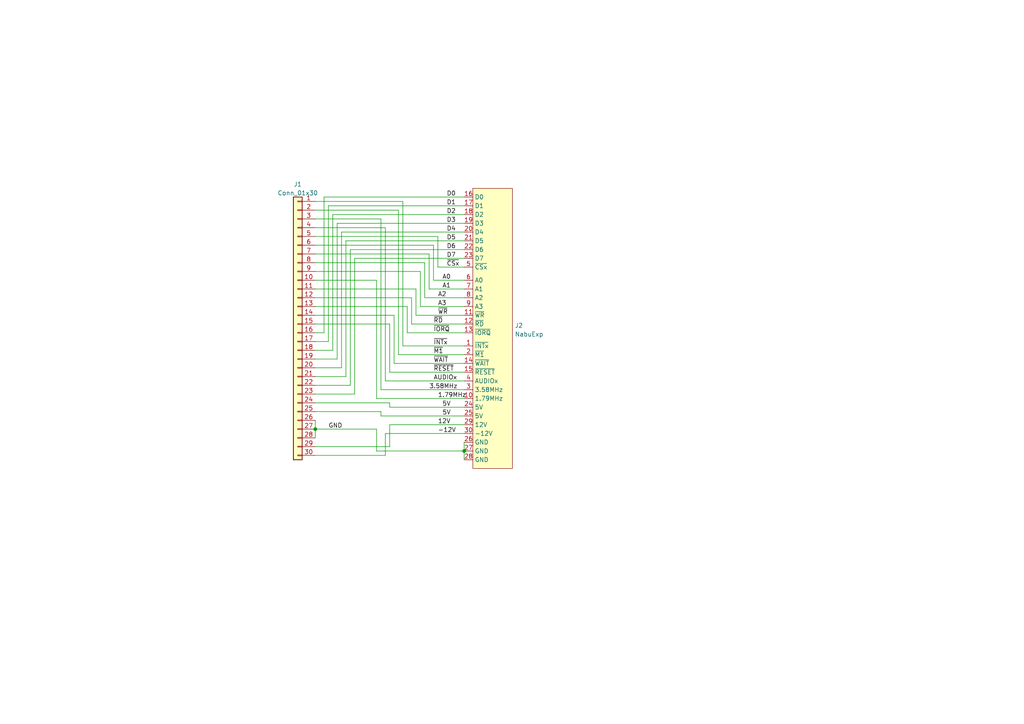
<source format=kicad_sch>
(kicad_sch (version 20211123) (generator eeschema)

  (uuid e5acc7c1-cd40-4e20-974e-8ab19eb5fab3)

  (paper "A4")

  (lib_symbols
    (symbol "Connector_Generic:Conn_01x30" (pin_names (offset 1.016) hide) (in_bom yes) (on_board yes)
      (property "Reference" "J" (id 0) (at 0 38.1 0)
        (effects (font (size 1.27 1.27)))
      )
      (property "Value" "Conn_01x30" (id 1) (at 0 -40.64 0)
        (effects (font (size 1.27 1.27)))
      )
      (property "Footprint" "" (id 2) (at 0 0 0)
        (effects (font (size 1.27 1.27)) hide)
      )
      (property "Datasheet" "~" (id 3) (at 0 0 0)
        (effects (font (size 1.27 1.27)) hide)
      )
      (property "ki_keywords" "connector" (id 4) (at 0 0 0)
        (effects (font (size 1.27 1.27)) hide)
      )
      (property "ki_description" "Generic connector, single row, 01x30, script generated (kicad-library-utils/schlib/autogen/connector/)" (id 5) (at 0 0 0)
        (effects (font (size 1.27 1.27)) hide)
      )
      (property "ki_fp_filters" "Connector*:*_1x??_*" (id 6) (at 0 0 0)
        (effects (font (size 1.27 1.27)) hide)
      )
      (symbol "Conn_01x30_1_1"
        (rectangle (start -1.27 -37.973) (end 0 -38.227)
          (stroke (width 0.1524) (type default) (color 0 0 0 0))
          (fill (type none))
        )
        (rectangle (start -1.27 -35.433) (end 0 -35.687)
          (stroke (width 0.1524) (type default) (color 0 0 0 0))
          (fill (type none))
        )
        (rectangle (start -1.27 -32.893) (end 0 -33.147)
          (stroke (width 0.1524) (type default) (color 0 0 0 0))
          (fill (type none))
        )
        (rectangle (start -1.27 -30.353) (end 0 -30.607)
          (stroke (width 0.1524) (type default) (color 0 0 0 0))
          (fill (type none))
        )
        (rectangle (start -1.27 -27.813) (end 0 -28.067)
          (stroke (width 0.1524) (type default) (color 0 0 0 0))
          (fill (type none))
        )
        (rectangle (start -1.27 -25.273) (end 0 -25.527)
          (stroke (width 0.1524) (type default) (color 0 0 0 0))
          (fill (type none))
        )
        (rectangle (start -1.27 -22.733) (end 0 -22.987)
          (stroke (width 0.1524) (type default) (color 0 0 0 0))
          (fill (type none))
        )
        (rectangle (start -1.27 -20.193) (end 0 -20.447)
          (stroke (width 0.1524) (type default) (color 0 0 0 0))
          (fill (type none))
        )
        (rectangle (start -1.27 -17.653) (end 0 -17.907)
          (stroke (width 0.1524) (type default) (color 0 0 0 0))
          (fill (type none))
        )
        (rectangle (start -1.27 -15.113) (end 0 -15.367)
          (stroke (width 0.1524) (type default) (color 0 0 0 0))
          (fill (type none))
        )
        (rectangle (start -1.27 -12.573) (end 0 -12.827)
          (stroke (width 0.1524) (type default) (color 0 0 0 0))
          (fill (type none))
        )
        (rectangle (start -1.27 -10.033) (end 0 -10.287)
          (stroke (width 0.1524) (type default) (color 0 0 0 0))
          (fill (type none))
        )
        (rectangle (start -1.27 -7.493) (end 0 -7.747)
          (stroke (width 0.1524) (type default) (color 0 0 0 0))
          (fill (type none))
        )
        (rectangle (start -1.27 -4.953) (end 0 -5.207)
          (stroke (width 0.1524) (type default) (color 0 0 0 0))
          (fill (type none))
        )
        (rectangle (start -1.27 -2.413) (end 0 -2.667)
          (stroke (width 0.1524) (type default) (color 0 0 0 0))
          (fill (type none))
        )
        (rectangle (start -1.27 0.127) (end 0 -0.127)
          (stroke (width 0.1524) (type default) (color 0 0 0 0))
          (fill (type none))
        )
        (rectangle (start -1.27 2.667) (end 0 2.413)
          (stroke (width 0.1524) (type default) (color 0 0 0 0))
          (fill (type none))
        )
        (rectangle (start -1.27 5.207) (end 0 4.953)
          (stroke (width 0.1524) (type default) (color 0 0 0 0))
          (fill (type none))
        )
        (rectangle (start -1.27 7.747) (end 0 7.493)
          (stroke (width 0.1524) (type default) (color 0 0 0 0))
          (fill (type none))
        )
        (rectangle (start -1.27 10.287) (end 0 10.033)
          (stroke (width 0.1524) (type default) (color 0 0 0 0))
          (fill (type none))
        )
        (rectangle (start -1.27 12.827) (end 0 12.573)
          (stroke (width 0.1524) (type default) (color 0 0 0 0))
          (fill (type none))
        )
        (rectangle (start -1.27 15.367) (end 0 15.113)
          (stroke (width 0.1524) (type default) (color 0 0 0 0))
          (fill (type none))
        )
        (rectangle (start -1.27 17.907) (end 0 17.653)
          (stroke (width 0.1524) (type default) (color 0 0 0 0))
          (fill (type none))
        )
        (rectangle (start -1.27 20.447) (end 0 20.193)
          (stroke (width 0.1524) (type default) (color 0 0 0 0))
          (fill (type none))
        )
        (rectangle (start -1.27 22.987) (end 0 22.733)
          (stroke (width 0.1524) (type default) (color 0 0 0 0))
          (fill (type none))
        )
        (rectangle (start -1.27 25.527) (end 0 25.273)
          (stroke (width 0.1524) (type default) (color 0 0 0 0))
          (fill (type none))
        )
        (rectangle (start -1.27 28.067) (end 0 27.813)
          (stroke (width 0.1524) (type default) (color 0 0 0 0))
          (fill (type none))
        )
        (rectangle (start -1.27 30.607) (end 0 30.353)
          (stroke (width 0.1524) (type default) (color 0 0 0 0))
          (fill (type none))
        )
        (rectangle (start -1.27 33.147) (end 0 32.893)
          (stroke (width 0.1524) (type default) (color 0 0 0 0))
          (fill (type none))
        )
        (rectangle (start -1.27 35.687) (end 0 35.433)
          (stroke (width 0.1524) (type default) (color 0 0 0 0))
          (fill (type none))
        )
        (rectangle (start -1.27 36.83) (end 1.27 -39.37)
          (stroke (width 0.254) (type default) (color 0 0 0 0))
          (fill (type background))
        )
        (pin passive line (at -5.08 35.56 0) (length 3.81)
          (name "Pin_1" (effects (font (size 1.27 1.27))))
          (number "1" (effects (font (size 1.27 1.27))))
        )
        (pin passive line (at -5.08 12.7 0) (length 3.81)
          (name "Pin_10" (effects (font (size 1.27 1.27))))
          (number "10" (effects (font (size 1.27 1.27))))
        )
        (pin passive line (at -5.08 10.16 0) (length 3.81)
          (name "Pin_11" (effects (font (size 1.27 1.27))))
          (number "11" (effects (font (size 1.27 1.27))))
        )
        (pin passive line (at -5.08 7.62 0) (length 3.81)
          (name "Pin_12" (effects (font (size 1.27 1.27))))
          (number "12" (effects (font (size 1.27 1.27))))
        )
        (pin passive line (at -5.08 5.08 0) (length 3.81)
          (name "Pin_13" (effects (font (size 1.27 1.27))))
          (number "13" (effects (font (size 1.27 1.27))))
        )
        (pin passive line (at -5.08 2.54 0) (length 3.81)
          (name "Pin_14" (effects (font (size 1.27 1.27))))
          (number "14" (effects (font (size 1.27 1.27))))
        )
        (pin passive line (at -5.08 0 0) (length 3.81)
          (name "Pin_15" (effects (font (size 1.27 1.27))))
          (number "15" (effects (font (size 1.27 1.27))))
        )
        (pin passive line (at -5.08 -2.54 0) (length 3.81)
          (name "Pin_16" (effects (font (size 1.27 1.27))))
          (number "16" (effects (font (size 1.27 1.27))))
        )
        (pin passive line (at -5.08 -5.08 0) (length 3.81)
          (name "Pin_17" (effects (font (size 1.27 1.27))))
          (number "17" (effects (font (size 1.27 1.27))))
        )
        (pin passive line (at -5.08 -7.62 0) (length 3.81)
          (name "Pin_18" (effects (font (size 1.27 1.27))))
          (number "18" (effects (font (size 1.27 1.27))))
        )
        (pin passive line (at -5.08 -10.16 0) (length 3.81)
          (name "Pin_19" (effects (font (size 1.27 1.27))))
          (number "19" (effects (font (size 1.27 1.27))))
        )
        (pin passive line (at -5.08 33.02 0) (length 3.81)
          (name "Pin_2" (effects (font (size 1.27 1.27))))
          (number "2" (effects (font (size 1.27 1.27))))
        )
        (pin passive line (at -5.08 -12.7 0) (length 3.81)
          (name "Pin_20" (effects (font (size 1.27 1.27))))
          (number "20" (effects (font (size 1.27 1.27))))
        )
        (pin passive line (at -5.08 -15.24 0) (length 3.81)
          (name "Pin_21" (effects (font (size 1.27 1.27))))
          (number "21" (effects (font (size 1.27 1.27))))
        )
        (pin passive line (at -5.08 -17.78 0) (length 3.81)
          (name "Pin_22" (effects (font (size 1.27 1.27))))
          (number "22" (effects (font (size 1.27 1.27))))
        )
        (pin passive line (at -5.08 -20.32 0) (length 3.81)
          (name "Pin_23" (effects (font (size 1.27 1.27))))
          (number "23" (effects (font (size 1.27 1.27))))
        )
        (pin passive line (at -5.08 -22.86 0) (length 3.81)
          (name "Pin_24" (effects (font (size 1.27 1.27))))
          (number "24" (effects (font (size 1.27 1.27))))
        )
        (pin passive line (at -5.08 -25.4 0) (length 3.81)
          (name "Pin_25" (effects (font (size 1.27 1.27))))
          (number "25" (effects (font (size 1.27 1.27))))
        )
        (pin passive line (at -5.08 -27.94 0) (length 3.81)
          (name "Pin_26" (effects (font (size 1.27 1.27))))
          (number "26" (effects (font (size 1.27 1.27))))
        )
        (pin passive line (at -5.08 -30.48 0) (length 3.81)
          (name "Pin_27" (effects (font (size 1.27 1.27))))
          (number "27" (effects (font (size 1.27 1.27))))
        )
        (pin passive line (at -5.08 -33.02 0) (length 3.81)
          (name "Pin_28" (effects (font (size 1.27 1.27))))
          (number "28" (effects (font (size 1.27 1.27))))
        )
        (pin passive line (at -5.08 -35.56 0) (length 3.81)
          (name "Pin_29" (effects (font (size 1.27 1.27))))
          (number "29" (effects (font (size 1.27 1.27))))
        )
        (pin passive line (at -5.08 30.48 0) (length 3.81)
          (name "Pin_3" (effects (font (size 1.27 1.27))))
          (number "3" (effects (font (size 1.27 1.27))))
        )
        (pin passive line (at -5.08 -38.1 0) (length 3.81)
          (name "Pin_30" (effects (font (size 1.27 1.27))))
          (number "30" (effects (font (size 1.27 1.27))))
        )
        (pin passive line (at -5.08 27.94 0) (length 3.81)
          (name "Pin_4" (effects (font (size 1.27 1.27))))
          (number "4" (effects (font (size 1.27 1.27))))
        )
        (pin passive line (at -5.08 25.4 0) (length 3.81)
          (name "Pin_5" (effects (font (size 1.27 1.27))))
          (number "5" (effects (font (size 1.27 1.27))))
        )
        (pin passive line (at -5.08 22.86 0) (length 3.81)
          (name "Pin_6" (effects (font (size 1.27 1.27))))
          (number "6" (effects (font (size 1.27 1.27))))
        )
        (pin passive line (at -5.08 20.32 0) (length 3.81)
          (name "Pin_7" (effects (font (size 1.27 1.27))))
          (number "7" (effects (font (size 1.27 1.27))))
        )
        (pin passive line (at -5.08 17.78 0) (length 3.81)
          (name "Pin_8" (effects (font (size 1.27 1.27))))
          (number "8" (effects (font (size 1.27 1.27))))
        )
        (pin passive line (at -5.08 15.24 0) (length 3.81)
          (name "Pin_9" (effects (font (size 1.27 1.27))))
          (number "9" (effects (font (size 1.27 1.27))))
        )
      )
    )
    (symbol "mgh-symbols:NabuExp" (in_bom yes) (on_board yes)
      (property "Reference" "J" (id 0) (at -15.24 11.43 0)
        (effects (font (size 1.27 1.27)))
      )
      (property "Value" "NabuExp" (id 1) (at -15.24 11.43 0)
        (effects (font (size 1.27 1.27)))
      )
      (property "Footprint" "" (id 2) (at -15.24 11.43 0)
        (effects (font (size 1.27 1.27)) hide)
      )
      (property "Datasheet" "" (id 3) (at -15.24 11.43 0)
        (effects (font (size 1.27 1.27)) hide)
      )
      (symbol "NabuExp_0_1"
        (rectangle (start 0 13.97) (end 11.43 -67.31)
          (stroke (width 0.1524) (type default) (color 0 0 0 0))
          (fill (type background))
        )
      )
      (symbol "NabuExp_1_1"
        (pin input line (at -2.54 -31.75 0) (length 2.54)
          (name "~{INTx}" (effects (font (size 1.27 1.27))))
          (number "1" (effects (font (size 1.27 1.27))))
        )
        (pin input line (at -2.54 -46.99 0) (length 2.54)
          (name "1.79MHz" (effects (font (size 1.27 1.27))))
          (number "10" (effects (font (size 1.27 1.27))))
        )
        (pin input line (at -2.54 -22.86 0) (length 2.54)
          (name "~{WR}" (effects (font (size 1.27 1.27))))
          (number "11" (effects (font (size 1.27 1.27))))
        )
        (pin input line (at -2.54 -25.4 0) (length 2.54)
          (name "~{RD}" (effects (font (size 1.27 1.27))))
          (number "12" (effects (font (size 1.27 1.27))))
        )
        (pin input line (at -2.54 -27.94 0) (length 2.54)
          (name "~{IORQ}" (effects (font (size 1.27 1.27))))
          (number "13" (effects (font (size 1.27 1.27))))
        )
        (pin input line (at -2.54 -36.83 0) (length 2.54)
          (name "~{WAIT}" (effects (font (size 1.27 1.27))))
          (number "14" (effects (font (size 1.27 1.27))))
        )
        (pin input line (at -2.54 -39.37 0) (length 2.54)
          (name "~{RESET}" (effects (font (size 1.27 1.27))))
          (number "15" (effects (font (size 1.27 1.27))))
        )
        (pin bidirectional line (at -2.54 11.43 0) (length 2.54)
          (name "D0" (effects (font (size 1.27 1.27))))
          (number "16" (effects (font (size 1.27 1.27))))
        )
        (pin bidirectional line (at -2.54 8.89 0) (length 2.54)
          (name "D1" (effects (font (size 1.27 1.27))))
          (number "17" (effects (font (size 1.27 1.27))))
        )
        (pin bidirectional line (at -2.54 6.35 0) (length 2.54)
          (name "D2" (effects (font (size 1.27 1.27))))
          (number "18" (effects (font (size 1.27 1.27))))
        )
        (pin bidirectional line (at -2.54 3.81 0) (length 2.54)
          (name "D3" (effects (font (size 1.27 1.27))))
          (number "19" (effects (font (size 1.27 1.27))))
        )
        (pin input line (at -2.54 -34.29 0) (length 2.54)
          (name "~{M1}" (effects (font (size 1.27 1.27))))
          (number "2" (effects (font (size 1.27 1.27))))
        )
        (pin bidirectional line (at -2.54 1.27 0) (length 2.54)
          (name "D4" (effects (font (size 1.27 1.27))))
          (number "20" (effects (font (size 1.27 1.27))))
        )
        (pin bidirectional line (at -2.54 -1.27 0) (length 2.54)
          (name "D5" (effects (font (size 1.27 1.27))))
          (number "21" (effects (font (size 1.27 1.27))))
        )
        (pin bidirectional line (at -2.54 -3.81 0) (length 2.54)
          (name "D6" (effects (font (size 1.27 1.27))))
          (number "22" (effects (font (size 1.27 1.27))))
        )
        (pin bidirectional line (at -2.54 -6.35 0) (length 2.54)
          (name "D7" (effects (font (size 1.27 1.27))))
          (number "23" (effects (font (size 1.27 1.27))))
        )
        (pin input line (at -2.54 -49.53 0) (length 2.54)
          (name "5V" (effects (font (size 1.27 1.27))))
          (number "24" (effects (font (size 1.27 1.27))))
        )
        (pin input line (at -2.54 -52.07 0) (length 2.54)
          (name "5V" (effects (font (size 1.27 1.27))))
          (number "25" (effects (font (size 1.27 1.27))))
        )
        (pin input line (at -2.54 -59.69 0) (length 2.54)
          (name "GND" (effects (font (size 1.27 1.27))))
          (number "26" (effects (font (size 1.27 1.27))))
        )
        (pin input line (at -2.54 -62.23 0) (length 2.54)
          (name "GND" (effects (font (size 1.27 1.27))))
          (number "27" (effects (font (size 1.27 1.27))))
        )
        (pin input line (at -2.54 -64.77 0) (length 2.54)
          (name "GND" (effects (font (size 1.27 1.27))))
          (number "28" (effects (font (size 1.27 1.27))))
        )
        (pin input line (at -2.54 -54.61 0) (length 2.54)
          (name "12V" (effects (font (size 1.27 1.27))))
          (number "29" (effects (font (size 1.27 1.27))))
        )
        (pin input line (at -2.54 -44.45 0) (length 2.54)
          (name "3.58MHz" (effects (font (size 1.27 1.27))))
          (number "3" (effects (font (size 1.27 1.27))))
        )
        (pin input line (at -2.54 -57.15 0) (length 2.54)
          (name "-12V" (effects (font (size 1.27 1.27))))
          (number "30" (effects (font (size 1.27 1.27))))
        )
        (pin input line (at -2.54 -41.91 0) (length 2.54)
          (name "AUDIOx" (effects (font (size 1.27 1.27))))
          (number "4" (effects (font (size 1.27 1.27))))
        )
        (pin input line (at -2.54 -8.89 0) (length 2.54)
          (name "~{CSx}" (effects (font (size 1.27 1.27))))
          (number "5" (effects (font (size 1.27 1.27))))
        )
        (pin input line (at -2.54 -12.7 0) (length 2.54)
          (name "A0" (effects (font (size 1.27 1.27))))
          (number "6" (effects (font (size 1.27 1.27))))
        )
        (pin input line (at -2.54 -15.24 0) (length 2.54)
          (name "A1" (effects (font (size 1.27 1.27))))
          (number "7" (effects (font (size 1.27 1.27))))
        )
        (pin input line (at -2.54 -17.78 0) (length 2.54)
          (name "A2" (effects (font (size 1.27 1.27))))
          (number "8" (effects (font (size 1.27 1.27))))
        )
        (pin input line (at -2.54 -20.32 0) (length 2.54)
          (name "A3" (effects (font (size 1.27 1.27))))
          (number "9" (effects (font (size 1.27 1.27))))
        )
      )
    )
  )

  (junction (at 91.44 124.46) (diameter 0) (color 0 0 0 0)
    (uuid a9d28329-bffb-4141-aae7-9e39a7c5e7ff)
  )
  (junction (at 134.62 130.81) (diameter 0) (color 0 0 0 0)
    (uuid b748c036-9eaf-475f-944a-92f54b66e075)
  )

  (wire (pts (xy 113.03 123.19) (xy 113.03 129.54))
    (stroke (width 0) (type default) (color 0 0 0 0))
    (uuid 01746ba2-c3df-4309-a7d8-d1d08924307e)
  )
  (wire (pts (xy 134.62 86.36) (xy 123.19 86.36))
    (stroke (width 0) (type default) (color 0 0 0 0))
    (uuid 057254e2-1e54-4a5c-9f3a-55dc799be045)
  )
  (wire (pts (xy 134.62 77.47) (xy 127 77.47))
    (stroke (width 0) (type default) (color 0 0 0 0))
    (uuid 0a62f17d-a7dd-42af-8376-570effb614b3)
  )
  (wire (pts (xy 134.62 128.27) (xy 134.62 130.81))
    (stroke (width 0) (type default) (color 0 0 0 0))
    (uuid 0c8934a6-9c68-4503-968d-2d1fad3992d9)
  )
  (wire (pts (xy 96.52 101.6) (xy 91.44 101.6))
    (stroke (width 0) (type default) (color 0 0 0 0))
    (uuid 10d186f4-c7a4-4817-85f1-2c6d56943bfe)
  )
  (wire (pts (xy 113.03 93.98) (xy 91.44 93.98))
    (stroke (width 0) (type default) (color 0 0 0 0))
    (uuid 116869a6-4d37-41b3-9714-d4eb0db069ab)
  )
  (wire (pts (xy 134.62 118.11) (xy 113.03 118.11))
    (stroke (width 0) (type default) (color 0 0 0 0))
    (uuid 1333ae47-02e4-4804-b17d-24579eb3a545)
  )
  (wire (pts (xy 120.65 91.44) (xy 120.65 83.82))
    (stroke (width 0) (type default) (color 0 0 0 0))
    (uuid 1894abac-b437-4903-b960-12186dd2d039)
  )
  (wire (pts (xy 111.76 66.04) (xy 91.44 66.04))
    (stroke (width 0) (type default) (color 0 0 0 0))
    (uuid 18961751-05c6-4702-95ce-45560de9c4fa)
  )
  (wire (pts (xy 134.62 107.95) (xy 113.03 107.95))
    (stroke (width 0) (type default) (color 0 0 0 0))
    (uuid 1bc99063-f19d-47ef-a6be-d256e1403a23)
  )
  (wire (pts (xy 115.57 102.87) (xy 134.62 102.87))
    (stroke (width 0) (type default) (color 0 0 0 0))
    (uuid 1bcee078-16ca-4ed4-a7a2-7b658be9bb47)
  )
  (wire (pts (xy 100.33 69.85) (xy 100.33 109.22))
    (stroke (width 0) (type default) (color 0 0 0 0))
    (uuid 207e4ad5-7ca0-4c8e-a795-ce9bc2d6413b)
  )
  (wire (pts (xy 134.62 88.9) (xy 121.92 88.9))
    (stroke (width 0) (type default) (color 0 0 0 0))
    (uuid 208dbad4-e34b-4725-b86b-919c3fa2731e)
  )
  (wire (pts (xy 134.62 113.03) (xy 110.49 113.03))
    (stroke (width 0) (type default) (color 0 0 0 0))
    (uuid 248120e1-b549-4c10-8a82-6295c660ca7f)
  )
  (wire (pts (xy 116.84 58.42) (xy 91.44 58.42))
    (stroke (width 0) (type default) (color 0 0 0 0))
    (uuid 28a3bd58-5144-4cc3-84a8-ee1bb8084f60)
  )
  (wire (pts (xy 96.52 62.23) (xy 96.52 101.6))
    (stroke (width 0) (type default) (color 0 0 0 0))
    (uuid 29c2c26b-7c61-4cc5-9e26-cab0c4373afb)
  )
  (wire (pts (xy 111.76 110.49) (xy 111.76 66.04))
    (stroke (width 0) (type default) (color 0 0 0 0))
    (uuid 2aead4b7-e4f9-4a8d-ba6a-884be0e02ff1)
  )
  (wire (pts (xy 134.62 74.93) (xy 102.87 74.93))
    (stroke (width 0) (type default) (color 0 0 0 0))
    (uuid 2e3abecf-bb83-4450-8b67-c250aaa69e94)
  )
  (wire (pts (xy 134.62 91.44) (xy 120.65 91.44))
    (stroke (width 0) (type default) (color 0 0 0 0))
    (uuid 2e6f5764-e512-46c9-9e61-1953628792ef)
  )
  (wire (pts (xy 134.62 105.41) (xy 114.3 105.41))
    (stroke (width 0) (type default) (color 0 0 0 0))
    (uuid 2ea2ef01-517c-443a-bb8f-b60aa5ee948d)
  )
  (wire (pts (xy 114.3 105.41) (xy 114.3 91.44))
    (stroke (width 0) (type default) (color 0 0 0 0))
    (uuid 33036c90-2863-418a-b2bf-55a4389a5b2e)
  )
  (wire (pts (xy 125.73 81.28) (xy 125.73 71.12))
    (stroke (width 0) (type default) (color 0 0 0 0))
    (uuid 37689499-c4ae-402f-aeb7-b409eabb57a4)
  )
  (wire (pts (xy 91.44 124.46) (xy 91.44 127))
    (stroke (width 0) (type default) (color 0 0 0 0))
    (uuid 3863aae7-7efc-4137-b0f9-c5bbfbf49e17)
  )
  (wire (pts (xy 99.06 106.68) (xy 91.44 106.68))
    (stroke (width 0) (type default) (color 0 0 0 0))
    (uuid 3a2cfa53-e0bb-42ce-bc17-619bb0601a3f)
  )
  (wire (pts (xy 120.65 83.82) (xy 91.44 83.82))
    (stroke (width 0) (type default) (color 0 0 0 0))
    (uuid 3daa48f0-6c96-4b69-83e6-1e6dfef0f155)
  )
  (wire (pts (xy 101.6 111.76) (xy 91.44 111.76))
    (stroke (width 0) (type default) (color 0 0 0 0))
    (uuid 409af27c-af4a-447c-a8ac-3bc6dc1c0cc4)
  )
  (wire (pts (xy 93.98 57.15) (xy 93.98 96.52))
    (stroke (width 0) (type default) (color 0 0 0 0))
    (uuid 4216fcff-f7b4-4aab-a5d6-9f3948303af1)
  )
  (wire (pts (xy 102.87 74.93) (xy 102.87 114.3))
    (stroke (width 0) (type default) (color 0 0 0 0))
    (uuid 432dc670-d291-434b-b1c3-5c7b7eaba254)
  )
  (wire (pts (xy 118.11 96.52) (xy 118.11 88.9))
    (stroke (width 0) (type default) (color 0 0 0 0))
    (uuid 489ceafd-9a86-4f71-a939-11f3ac595f77)
  )
  (wire (pts (xy 123.19 76.2) (xy 91.44 76.2))
    (stroke (width 0) (type default) (color 0 0 0 0))
    (uuid 495b86d3-6e4b-42f7-9da3-beb425119e31)
  )
  (wire (pts (xy 101.6 72.39) (xy 101.6 111.76))
    (stroke (width 0) (type default) (color 0 0 0 0))
    (uuid 51427a60-9a6d-4955-9089-14cc9136820d)
  )
  (wire (pts (xy 118.11 88.9) (xy 91.44 88.9))
    (stroke (width 0) (type default) (color 0 0 0 0))
    (uuid 53771b20-813e-4a89-a5c9-99d2a5bddc6e)
  )
  (wire (pts (xy 99.06 67.31) (xy 99.06 106.68))
    (stroke (width 0) (type default) (color 0 0 0 0))
    (uuid 58dbb608-6523-46e5-ad5e-000e61a1d511)
  )
  (wire (pts (xy 134.62 57.15) (xy 93.98 57.15))
    (stroke (width 0) (type default) (color 0 0 0 0))
    (uuid 5a3e9c8c-c9bc-42f3-a4b4-87168c48b075)
  )
  (wire (pts (xy 95.25 59.69) (xy 95.25 99.06))
    (stroke (width 0) (type default) (color 0 0 0 0))
    (uuid 5d97e5a0-4384-48c1-a6b2-aaac9d7bcfb8)
  )
  (wire (pts (xy 97.79 64.77) (xy 97.79 104.14))
    (stroke (width 0) (type default) (color 0 0 0 0))
    (uuid 632d7760-8d9e-4fef-8d6c-c1a2d58bc458)
  )
  (wire (pts (xy 113.03 129.54) (xy 91.44 129.54))
    (stroke (width 0) (type default) (color 0 0 0 0))
    (uuid 65031b9a-b919-4f1b-9747-210ee2d1bd88)
  )
  (wire (pts (xy 134.62 100.33) (xy 116.84 100.33))
    (stroke (width 0) (type default) (color 0 0 0 0))
    (uuid 652372a5-1fe9-404f-af64-0f80e0b27516)
  )
  (wire (pts (xy 134.62 59.69) (xy 95.25 59.69))
    (stroke (width 0) (type default) (color 0 0 0 0))
    (uuid 656997f1-13c1-413b-ac3e-a5877a55ffb3)
  )
  (wire (pts (xy 116.84 100.33) (xy 116.84 58.42))
    (stroke (width 0) (type default) (color 0 0 0 0))
    (uuid 661b2f25-256c-492c-a53f-9ffaf19531aa)
  )
  (wire (pts (xy 109.22 130.81) (xy 109.22 124.46))
    (stroke (width 0) (type default) (color 0 0 0 0))
    (uuid 68ace4e6-962b-4639-926d-2718f8ca0830)
  )
  (wire (pts (xy 134.62 72.39) (xy 101.6 72.39))
    (stroke (width 0) (type default) (color 0 0 0 0))
    (uuid 69484d4a-9b18-4b65-88b7-9884517b2e01)
  )
  (wire (pts (xy 111.76 132.08) (xy 91.44 132.08))
    (stroke (width 0) (type default) (color 0 0 0 0))
    (uuid 6a9ebdfe-5656-4dc6-95f0-06fbb91c32fd)
  )
  (wire (pts (xy 109.22 124.46) (xy 91.44 124.46))
    (stroke (width 0) (type default) (color 0 0 0 0))
    (uuid 6ae6280a-cb7a-418f-b0a9-aff1a9d9f57c)
  )
  (wire (pts (xy 113.03 118.11) (xy 113.03 116.84))
    (stroke (width 0) (type default) (color 0 0 0 0))
    (uuid 6d192562-ec3f-4575-8b02-17d68a9c1f50)
  )
  (wire (pts (xy 110.49 119.38) (xy 91.44 119.38))
    (stroke (width 0) (type default) (color 0 0 0 0))
    (uuid 70cf08a6-4d04-4370-8d8a-ac4db2a21fa3)
  )
  (wire (pts (xy 127 77.47) (xy 127 68.58))
    (stroke (width 0) (type default) (color 0 0 0 0))
    (uuid 72d11bbf-410a-4303-afac-255d4c387aca)
  )
  (wire (pts (xy 110.49 113.03) (xy 110.49 63.5))
    (stroke (width 0) (type default) (color 0 0 0 0))
    (uuid 76cc60d9-1edb-410a-9a9a-210dacc328bb)
  )
  (wire (pts (xy 134.62 62.23) (xy 96.52 62.23))
    (stroke (width 0) (type default) (color 0 0 0 0))
    (uuid 79d946a4-28e6-4796-9ec4-30992fb50871)
  )
  (wire (pts (xy 134.62 93.98) (xy 119.38 93.98))
    (stroke (width 0) (type default) (color 0 0 0 0))
    (uuid 7c609445-17d3-483b-a838-363b4f902042)
  )
  (wire (pts (xy 125.73 71.12) (xy 91.44 71.12))
    (stroke (width 0) (type default) (color 0 0 0 0))
    (uuid 7eeb9b46-c1b2-468c-90da-9f90794da43b)
  )
  (wire (pts (xy 109.22 81.28) (xy 91.44 81.28))
    (stroke (width 0) (type default) (color 0 0 0 0))
    (uuid 8393d6e0-ca31-4289-aa29-6e7d548275c9)
  )
  (wire (pts (xy 134.62 64.77) (xy 97.79 64.77))
    (stroke (width 0) (type default) (color 0 0 0 0))
    (uuid 84e213e6-7bbb-46f0-ab08-4a17342ec93d)
  )
  (wire (pts (xy 91.44 121.92) (xy 91.44 124.46))
    (stroke (width 0) (type default) (color 0 0 0 0))
    (uuid 8571a992-569e-4592-89d8-f8fbe549ce55)
  )
  (wire (pts (xy 134.62 130.81) (xy 109.22 130.81))
    (stroke (width 0) (type default) (color 0 0 0 0))
    (uuid 890a2a8f-4325-4931-8298-e0dfd0332e53)
  )
  (wire (pts (xy 119.38 86.36) (xy 91.44 86.36))
    (stroke (width 0) (type default) (color 0 0 0 0))
    (uuid 8d624937-0299-4bc5-be63-35a2f12f776f)
  )
  (wire (pts (xy 134.62 67.31) (xy 99.06 67.31))
    (stroke (width 0) (type default) (color 0 0 0 0))
    (uuid 9013626f-ff4e-46c0-92cc-84834387c8a1)
  )
  (wire (pts (xy 113.03 116.84) (xy 91.44 116.84))
    (stroke (width 0) (type default) (color 0 0 0 0))
    (uuid 96e77574-9c5d-4782-8492-019dceabbb77)
  )
  (wire (pts (xy 115.57 102.87) (xy 115.57 60.96))
    (stroke (width 0) (type default) (color 0 0 0 0))
    (uuid 9c2d380a-144d-4f38-8169-d72520d63ab2)
  )
  (wire (pts (xy 114.3 91.44) (xy 91.44 91.44))
    (stroke (width 0) (type default) (color 0 0 0 0))
    (uuid a3f517ad-67a0-4344-bc21-8d9c89b86b3d)
  )
  (wire (pts (xy 134.62 130.81) (xy 134.62 133.35))
    (stroke (width 0) (type default) (color 0 0 0 0))
    (uuid aa016680-ed4b-45cf-86b9-13f73eee4db1)
  )
  (wire (pts (xy 113.03 107.95) (xy 113.03 93.98))
    (stroke (width 0) (type default) (color 0 0 0 0))
    (uuid aac7b354-008b-486b-9bdd-acef12dae1f7)
  )
  (wire (pts (xy 134.62 125.73) (xy 111.76 125.73))
    (stroke (width 0) (type default) (color 0 0 0 0))
    (uuid abd6095b-df7b-4de5-b009-4a5258c1dbd5)
  )
  (wire (pts (xy 110.49 120.65) (xy 110.49 119.38))
    (stroke (width 0) (type default) (color 0 0 0 0))
    (uuid ba13fd90-318b-414c-8f6f-0527ad7383d5)
  )
  (wire (pts (xy 91.44 68.58) (xy 127 68.58))
    (stroke (width 0) (type default) (color 0 0 0 0))
    (uuid bbcfc7a9-1ee8-438c-86e8-0db0e5b5e734)
  )
  (wire (pts (xy 115.57 60.96) (xy 91.44 60.96))
    (stroke (width 0) (type default) (color 0 0 0 0))
    (uuid bc298b34-abaa-4f1a-87f4-03c4fac44064)
  )
  (wire (pts (xy 134.62 83.82) (xy 124.46 83.82))
    (stroke (width 0) (type default) (color 0 0 0 0))
    (uuid bcb6782c-dbaa-46eb-a0ba-c3cfcfa66c0f)
  )
  (wire (pts (xy 134.62 69.85) (xy 100.33 69.85))
    (stroke (width 0) (type default) (color 0 0 0 0))
    (uuid bd7465d8-a9a4-4519-b6e0-d858de88f645)
  )
  (wire (pts (xy 121.92 78.74) (xy 91.44 78.74))
    (stroke (width 0) (type default) (color 0 0 0 0))
    (uuid c0f4ba24-2b20-4a41-a01b-1eb9f16e1cfc)
  )
  (wire (pts (xy 124.46 73.66) (xy 91.44 73.66))
    (stroke (width 0) (type default) (color 0 0 0 0))
    (uuid c140680b-dd17-4082-9851-4d4096151f48)
  )
  (wire (pts (xy 134.62 115.57) (xy 109.22 115.57))
    (stroke (width 0) (type default) (color 0 0 0 0))
    (uuid c55af871-4289-4880-951c-5a76bdb93542)
  )
  (wire (pts (xy 134.62 120.65) (xy 110.49 120.65))
    (stroke (width 0) (type default) (color 0 0 0 0))
    (uuid c7af5aa1-7428-46b3-a6b7-fa7c139466e0)
  )
  (wire (pts (xy 93.98 96.52) (xy 91.44 96.52))
    (stroke (width 0) (type default) (color 0 0 0 0))
    (uuid cab1d094-a9ff-453d-a21b-e4e3b3d82b3c)
  )
  (wire (pts (xy 102.87 114.3) (xy 91.44 114.3))
    (stroke (width 0) (type default) (color 0 0 0 0))
    (uuid cdc33e18-1987-4af3-948c-9174bb1630c8)
  )
  (wire (pts (xy 119.38 93.98) (xy 119.38 86.36))
    (stroke (width 0) (type default) (color 0 0 0 0))
    (uuid cea818f3-5957-41b9-86c1-63c48865e312)
  )
  (wire (pts (xy 124.46 83.82) (xy 124.46 73.66))
    (stroke (width 0) (type default) (color 0 0 0 0))
    (uuid d67fed79-962f-4165-a1ff-8adadd124764)
  )
  (wire (pts (xy 123.19 86.36) (xy 123.19 76.2))
    (stroke (width 0) (type default) (color 0 0 0 0))
    (uuid dd8d5b37-f6d0-4977-8357-a02f33098baf)
  )
  (wire (pts (xy 134.62 96.52) (xy 118.11 96.52))
    (stroke (width 0) (type default) (color 0 0 0 0))
    (uuid e18ce8ab-14d5-4b95-b3ab-ce4a184d7cdd)
  )
  (wire (pts (xy 97.79 104.14) (xy 91.44 104.14))
    (stroke (width 0) (type default) (color 0 0 0 0))
    (uuid e4c0aca3-7c6c-4b21-9579-404dbbc43881)
  )
  (wire (pts (xy 95.25 99.06) (xy 91.44 99.06))
    (stroke (width 0) (type default) (color 0 0 0 0))
    (uuid e9a0798d-3573-435f-bd93-6283a42ebb25)
  )
  (wire (pts (xy 134.62 110.49) (xy 111.76 110.49))
    (stroke (width 0) (type default) (color 0 0 0 0))
    (uuid ed0262df-cc34-495f-91d4-1bfe8657b4c1)
  )
  (wire (pts (xy 109.22 115.57) (xy 109.22 81.28))
    (stroke (width 0) (type default) (color 0 0 0 0))
    (uuid ee09642e-8f0a-463c-b897-8f3030880f7e)
  )
  (wire (pts (xy 110.49 63.5) (xy 91.44 63.5))
    (stroke (width 0) (type default) (color 0 0 0 0))
    (uuid f1920b41-4ef7-4d17-a273-012bb22b7ba6)
  )
  (wire (pts (xy 134.62 81.28) (xy 125.73 81.28))
    (stroke (width 0) (type default) (color 0 0 0 0))
    (uuid f4e15b44-7bb9-4779-8ccd-7831e9f01eb3)
  )
  (wire (pts (xy 100.33 109.22) (xy 91.44 109.22))
    (stroke (width 0) (type default) (color 0 0 0 0))
    (uuid fbcf162f-e0a8-42c4-bbc7-5593570bbc75)
  )
  (wire (pts (xy 134.62 123.19) (xy 113.03 123.19))
    (stroke (width 0) (type default) (color 0 0 0 0))
    (uuid fc505f8a-d034-43b6-a597-2faf69502064)
  )
  (wire (pts (xy 111.76 125.73) (xy 111.76 132.08))
    (stroke (width 0) (type default) (color 0 0 0 0))
    (uuid fcf0fa52-a11d-48d2-a7a8-a50c22a56874)
  )
  (wire (pts (xy 121.92 88.9) (xy 121.92 78.74))
    (stroke (width 0) (type default) (color 0 0 0 0))
    (uuid fdfc0aee-2cb3-4752-b477-a69584d06fe0)
  )

  (label "5V" (at 128.27 120.65 0)
    (effects (font (size 1.27 1.27)) (justify left bottom))
    (uuid 0c7c09fd-7467-47aa-a384-495cee446301)
  )
  (label "1.79MHz" (at 127 115.57 0)
    (effects (font (size 1.27 1.27)) (justify left bottom))
    (uuid 1f9da2bf-6bcc-4caf-b470-e5a76ed733e7)
  )
  (label "~{RESET}" (at 125.73 107.95 0)
    (effects (font (size 1.27 1.27)) (justify left bottom))
    (uuid 2011f004-903a-45f7-833d-42305cda6ce0)
  )
  (label "~{INTx}" (at 125.73 100.33 0)
    (effects (font (size 1.27 1.27)) (justify left bottom))
    (uuid 2f240289-d812-47b1-a67d-8a82e17fbe5c)
  )
  (label "D2" (at 129.54 62.23 0)
    (effects (font (size 1.27 1.27)) (justify left bottom))
    (uuid 3348dc1a-ad48-4785-939c-3fda292923f8)
  )
  (label "~{M1}" (at 125.73 102.87 0)
    (effects (font (size 1.27 1.27)) (justify left bottom))
    (uuid 33a0705b-a4db-4509-8f8b-191d9496e649)
  )
  (label "D6" (at 129.54 72.39 0)
    (effects (font (size 1.27 1.27)) (justify left bottom))
    (uuid 422005d9-57d9-4ef4-97d0-80aa51a0bd3c)
  )
  (label "A3" (at 127 88.9 0)
    (effects (font (size 1.27 1.27)) (justify left bottom))
    (uuid 44c79490-9d46-40fe-a880-4869e2beab9b)
  )
  (label "GND" (at 95.25 124.46 0)
    (effects (font (size 1.27 1.27)) (justify left bottom))
    (uuid 4ab15fc5-ee1c-4052-87c8-66ccbfe7d7c9)
  )
  (label "D0" (at 129.54 57.15 0)
    (effects (font (size 1.27 1.27)) (justify left bottom))
    (uuid 5388bdf8-8f12-4717-86d2-7ee8b07b6d21)
  )
  (label "AUDIOx" (at 125.73 110.49 0)
    (effects (font (size 1.27 1.27)) (justify left bottom))
    (uuid 68d716c1-3f9f-4ce2-9d8e-babce6772f2e)
  )
  (label "12V" (at 127 123.19 0)
    (effects (font (size 1.27 1.27)) (justify left bottom))
    (uuid 6dad26f6-a2d6-450f-be41-fc439298f6e7)
  )
  (label "~{WAIT}" (at 125.73 105.41 0)
    (effects (font (size 1.27 1.27)) (justify left bottom))
    (uuid 702068c3-d1de-4b8e-9b46-c6387adf1e66)
  )
  (label "D5" (at 129.54 69.85 0)
    (effects (font (size 1.27 1.27)) (justify left bottom))
    (uuid 7449ae1a-9297-4330-a6ac-95a46685e408)
  )
  (label "~{WR}" (at 127 91.44 0)
    (effects (font (size 1.27 1.27)) (justify left bottom))
    (uuid 787189b5-906d-46ac-9141-a7d73f872ee5)
  )
  (label "D7" (at 129.54 74.93 0)
    (effects (font (size 1.27 1.27)) (justify left bottom))
    (uuid 7a96be35-51b6-4747-81d6-2ea327aa378b)
  )
  (label "A1" (at 128.27 83.82 0)
    (effects (font (size 1.27 1.27)) (justify left bottom))
    (uuid 81d1f283-2a15-450d-ae86-382b9f4d688a)
  )
  (label "3.58MHz" (at 124.46 113.03 0)
    (effects (font (size 1.27 1.27)) (justify left bottom))
    (uuid 98583bd0-fbd6-48be-af71-95eaa964e6b8)
  )
  (label "~{RD}" (at 125.73 93.98 0)
    (effects (font (size 1.27 1.27)) (justify left bottom))
    (uuid 9f898c22-c0e7-489b-a250-f036f3086998)
  )
  (label "~{IORQ}" (at 125.73 96.52 0)
    (effects (font (size 1.27 1.27)) (justify left bottom))
    (uuid a6499828-e7c8-46a2-a584-0a1fe83aa694)
  )
  (label "A0" (at 128.27 81.28 0)
    (effects (font (size 1.27 1.27)) (justify left bottom))
    (uuid a90f4853-67e5-4bf5-be25-6cd3f0c99871)
  )
  (label "-12V" (at 127 125.73 0)
    (effects (font (size 1.27 1.27)) (justify left bottom))
    (uuid ad2c144d-fb7e-45f5-8acd-21aaf1cf87ec)
  )
  (label "D4" (at 129.54 67.31 0)
    (effects (font (size 1.27 1.27)) (justify left bottom))
    (uuid ba4f1305-5b6d-4409-a1ff-f8daea2f0036)
  )
  (label "A2" (at 127 86.36 0)
    (effects (font (size 1.27 1.27)) (justify left bottom))
    (uuid df641a63-9f4a-4c58-8836-fccfaac51ee4)
  )
  (label "~{CSx}" (at 129.54 77.47 0)
    (effects (font (size 1.27 1.27)) (justify left bottom))
    (uuid e870809f-26fa-45e3-b083-7974d867d666)
  )
  (label "5V" (at 128.27 118.11 0)
    (effects (font (size 1.27 1.27)) (justify left bottom))
    (uuid ead3372e-6bb4-47b6-b948-bda6e4683150)
  )
  (label "D3" (at 129.54 64.77 0)
    (effects (font (size 1.27 1.27)) (justify left bottom))
    (uuid ee4aff3e-58c5-48b4-bf45-63ca6503b0d0)
  )
  (label "D1" (at 129.54 59.69 0)
    (effects (font (size 1.27 1.27)) (justify left bottom))
    (uuid fa7cc393-5d30-4fce-b2cc-4c6d337f67b9)
  )

  (symbol (lib_id "Connector_Generic:Conn_01x30") (at 86.36 93.98 0) (mirror y) (unit 1)
    (in_bom yes) (on_board yes) (fields_autoplaced)
    (uuid 4af7b988-652e-4122-962f-fad25b8afa9e)
    (property "Reference" "J1" (id 0) (at 86.36 53.4502 0))
    (property "Value" "Conn_01x30" (id 1) (at 86.36 55.9871 0))
    (property "Footprint" "Connector_PinHeader_2.54mm:PinHeader_1x30_P2.54mm_Vertical" (id 2) (at 86.36 93.98 0)
      (effects (font (size 1.27 1.27)) hide)
    )
    (property "Datasheet" "~" (id 3) (at 86.36 93.98 0)
      (effects (font (size 1.27 1.27)) hide)
    )
    (pin "1" (uuid 994956d1-2bdc-4434-b6ad-f2ed2486cc76))
    (pin "10" (uuid 6943beee-6474-403c-a220-70bc96c8662e))
    (pin "11" (uuid 99b93845-5450-460e-97bc-3f909d9decc1))
    (pin "12" (uuid 49acc979-6ff0-464a-a503-ea7e5a173665))
    (pin "13" (uuid e0b6fca2-536b-4c82-b667-772f0ca0ef5a))
    (pin "14" (uuid 7459638a-a93f-4079-8cc1-3e59d7fedd1e))
    (pin "15" (uuid 5c792e52-2bba-49af-8a59-6f6b0e97eb85))
    (pin "16" (uuid b7f03175-bd68-4f44-9312-b9179d7494c0))
    (pin "17" (uuid d2604015-b4f9-4bcf-8cd6-ca2d0b8c5470))
    (pin "18" (uuid f61ccada-5501-4ce8-92de-91fdb5c330bd))
    (pin "19" (uuid 06c524fe-f134-4bae-a301-b898bc26fe6e))
    (pin "2" (uuid f3558caf-b9db-464b-8661-3940f62acfcb))
    (pin "20" (uuid cebdf94e-f5f3-440e-9902-e81e3893154c))
    (pin "21" (uuid 40224abd-5cbc-49f4-82b9-1049f3003fda))
    (pin "22" (uuid f5de721f-964c-4a40-9c1f-00073bcfdf2b))
    (pin "23" (uuid f95bee36-b670-48f3-ac34-ae1ab32cc018))
    (pin "24" (uuid af270724-392b-400d-8d6c-a9790a29b22f))
    (pin "25" (uuid 7b223b51-9639-4131-9896-1a0c42555df9))
    (pin "26" (uuid 70a4b19e-4720-4b37-997c-da94df87e388))
    (pin "27" (uuid 9645a5c5-6e0b-4b38-afe3-828481437f75))
    (pin "28" (uuid 64f45666-f153-4991-83d3-c5bcc746b159))
    (pin "29" (uuid f8123cd3-12aa-4a9b-8b32-b3bcb2ec6cb6))
    (pin "3" (uuid 313d7689-84a9-46cf-b97e-eb6132b4ac6d))
    (pin "30" (uuid 157d8bba-822d-4bea-99b0-f09359e0ccba))
    (pin "4" (uuid ccfdb221-dcaf-4122-8edc-114c26d16bff))
    (pin "5" (uuid d075b5c5-5291-4671-932b-0e205ace3146))
    (pin "6" (uuid d9485abe-945d-440c-8af8-288aaa7cf46e))
    (pin "7" (uuid 288f80fa-9ae9-4a18-b9b2-b387af6574e6))
    (pin "8" (uuid 767b9611-c62e-409d-bc8b-8d2e02ce1604))
    (pin "9" (uuid c5a6f38b-f9f4-4e22-a59d-f2dfa71d2f7d))
  )

  (symbol (lib_id "mgh-symbols:NabuExp") (at 137.16 68.58 0) (unit 1)
    (in_bom yes) (on_board yes) (fields_autoplaced)
    (uuid 9a293569-0846-494a-bde8-7aaa9097555f)
    (property "Reference" "J2" (id 0) (at 149.3012 94.4153 0)
      (effects (font (size 1.27 1.27)) (justify left))
    )
    (property "Value" "NabuExp" (id 1) (at 149.3012 96.9522 0)
      (effects (font (size 1.27 1.27)) (justify left))
    )
    (property "Footprint" "Connector_PinHeader_2.54mm:PinHeader_1x30_P2.54mm_Vertical" (id 2) (at 121.92 57.15 0)
      (effects (font (size 1.27 1.27)) hide)
    )
    (property "Datasheet" "" (id 3) (at 121.92 57.15 0)
      (effects (font (size 1.27 1.27)) hide)
    )
    (pin "1" (uuid 68d0d604-22c1-43fd-8143-f3700acdfb52))
    (pin "10" (uuid ae163255-cecd-40c6-9633-d65f3185bc98))
    (pin "11" (uuid 0d7a59e1-4696-4856-a831-8bf801d293ca))
    (pin "12" (uuid 81bef412-822e-4c3d-a48d-dcbc86316f16))
    (pin "13" (uuid 8f4bd71e-e3d5-402e-8dbe-2d79d6d64d28))
    (pin "14" (uuid c3e3b509-b3bd-40ac-b784-689482daa26f))
    (pin "15" (uuid dbbdc9a7-d5af-48eb-a2d6-6649fffc8b3d))
    (pin "16" (uuid d8b0c376-4819-4da1-a670-44bf3ebda06f))
    (pin "17" (uuid 129f607f-b7c0-41b1-9fe0-cd7ab1d574e1))
    (pin "18" (uuid 9d19c280-8645-475c-9f2b-729ce8bd8009))
    (pin "19" (uuid 225a999d-b2c9-4604-a5d8-46962c50e1ca))
    (pin "2" (uuid bbc79be4-b053-4e7a-af01-0d721c5f3ff3))
    (pin "20" (uuid 3d4493c5-a4b1-4d74-a8d6-51cb8e92b38c))
    (pin "21" (uuid 269e84b9-d86d-42b9-92c4-d83f3277b69e))
    (pin "22" (uuid fc6f3a53-0c49-40a4-89be-2e14c67e3a9f))
    (pin "23" (uuid 94f191af-3204-4621-9b53-ea2f687e1329))
    (pin "24" (uuid c7d465b4-c3e6-4337-a682-2dbcff7e5a2b))
    (pin "25" (uuid 893a4571-d83d-467d-948b-ef93016b0fac))
    (pin "26" (uuid 4bff5324-3b46-4e55-8085-e1f28d578ffa))
    (pin "27" (uuid b71e7d58-ff9a-4253-ab0f-1b70a4a9e1c5))
    (pin "28" (uuid 77f35a14-6a6f-4504-b005-c7d8427cffd6))
    (pin "29" (uuid 22ca1de5-9e05-4429-b90d-b061f0b08689))
    (pin "3" (uuid 24c7ef2a-ad2d-416e-9d52-1caad0c6f5d1))
    (pin "30" (uuid dfee4b6e-60fd-469f-a9e0-ede5fced8657))
    (pin "4" (uuid 83983f84-4022-443a-bdca-24e0963900a2))
    (pin "5" (uuid 6055943e-edd9-471e-be45-cac631b3a9dc))
    (pin "6" (uuid 06324632-df77-4971-ba47-88eb4444f43d))
    (pin "7" (uuid 5144407d-69b9-4f11-a1c0-9b7fb071128c))
    (pin "8" (uuid 2ce628eb-06d8-4401-ac09-1533ccf23f5c))
    (pin "9" (uuid 59128401-3371-4d9b-924e-c0acc4aa50cf))
  )

  (sheet_instances
    (path "/" (page "1"))
  )

  (symbol_instances
    (path "/4af7b988-652e-4122-962f-fad25b8afa9e"
      (reference "J1") (unit 1) (value "Conn_01x30") (footprint "Connector_PinHeader_2.54mm:PinHeader_1x30_P2.54mm_Vertical")
    )
    (path "/9a293569-0846-494a-bde8-7aaa9097555f"
      (reference "J2") (unit 1) (value "NabuExp") (footprint "Connector_PinHeader_2.54mm:PinHeader_1x30_P2.54mm_Vertical")
    )
  )
)

</source>
